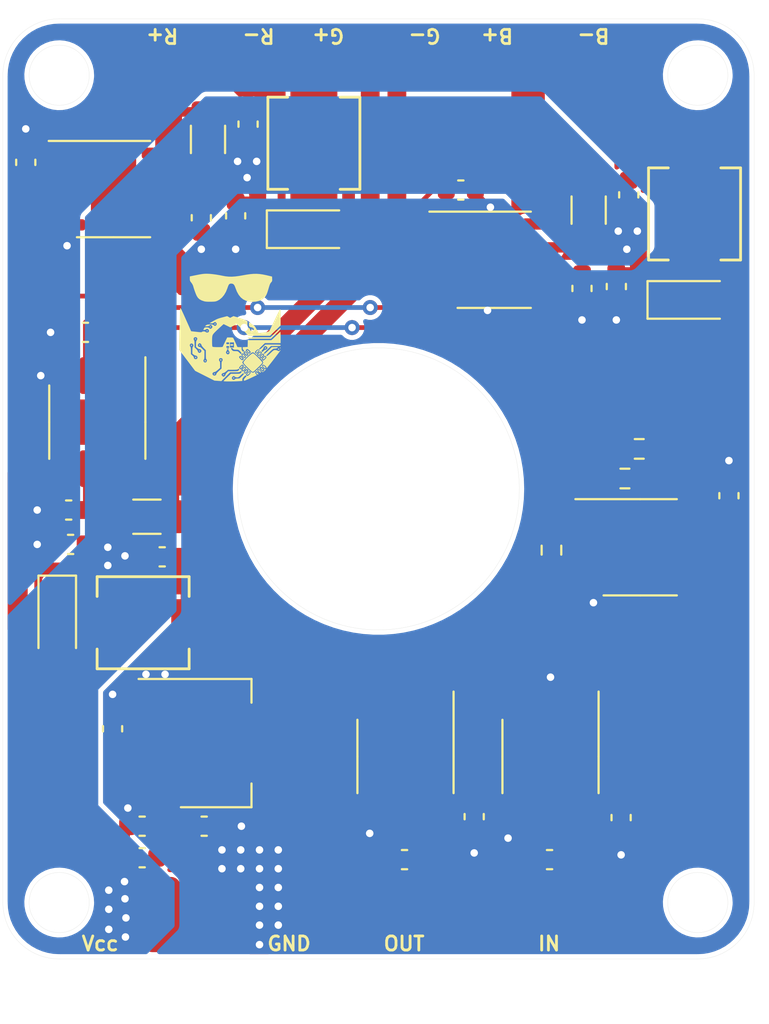
<source format=kicad_pcb>
(kicad_pcb (version 20210623) (generator pcbnew)
  (layers (0 "F.Cu" signal) (31 "B.Cu" signal) (34 "B.Paste" user) (35 "F.Paste" user) (36 "B.SilkS" user "B.Silkscreen") (37 "F.SilkS" user "F.Silkscreen") (38 "B.Mask" user) (39 "F.Mask" user) (44 "Edge.Cuts" user))
  (net 0 "")
  (net 1 "+5V")
  (net 2 "GND")
  (net 3 "Net-(C4-Pad1)")
  (net 4 "VCC")
  (net 5 "Net-(C6-Pad1)")
  (net 6 "/DCDC_CC/OUT-")
  (net 7 "Net-(C12-Pad1)")
  (net 8 "Net-(C13-Pad1)")
  (net 9 "/DCDC_CC1/OUT-")
  (net 10 "Net-(C16-Pad1)")
  (net 11 "Net-(C17-Pad1)")
  (net 12 "/DCDC_CC2/OUT-")
  (net 13 "/DCDC_CC/OUT+")
  (net 14 "/DCDC_CC1/OUT+")
  (net 15 "/DCDC_CC2/OUT+")
  (net 16 "Net-(D4-Pad2)")
  (net 17 "Net-(D5-Pad2)")
  (net 18 "Net-(D6-Pad2)")
  (net 19 "Net-(J1-Pad1)")
  (net 20 "Net-(J2-Pad1)")
  (net 21 "Net-(J3-Pad1)")
  (net 22 "Net-(J4-Pad1)")
  (net 23 "WS_DIN")
  (net 25 "DIM_R")
  (net 26 "DIM_G")
  (net 27 "DIM_B")
  (net 28 "WS_DO")
  (footprint "Connector_Wire:SolderWirePad_1x01_SMD_1x2mm" (layer "F.Cu") (at 92.7608 108.9152)
    (fp_text reference "J4" hide)
    (fp_text value "Conn_01x01_Female")
  )
  (footprint "Capacitor_SMD:C_0603_1608Metric" (layer "F.Cu") (at 103.478801 75.845199 -90)
    (fp_text reference "C17" hide)
    (fp_text value "1u")
  )
  (footprint "Connector_Wire:SolderWirePad_1x01_SMD_1x2mm" (layer "F.Cu") (at 84.643999 63.754)
    (fp_text reference "J8" hide)
    (fp_text value "Conn_01x01_Female")
  )
  (footprint "Connector_Wire:SolderWirePad_1x01_SMD_1x2mm" (layer "F.Cu") (at 95.25 108.9152)
    (fp_text reference "J3" hide)
    (fp_text value "Conn_01x01_Female")
  )
  (footprint "Capacitor_SMD:C_0603_1608Metric" (layer "F.Cu") (at 76.2508 89.4588 180)
    (fp_text reference "C14" hide)
    (fp_text value "4u7")
  )
  (footprint "Connector_Wire:SolderWirePad_1x01_SMD_1x2mm" (layer "F.Cu") (at 102.643999 63.754)
    (fp_text reference "J12" hide)
    (fp_text value "Conn_01x01_Female")
  )
  (footprint "Capacitor_SMD:C_0603_1608Metric" (layer "F.Cu") (at 97.7392 103.9368 -90)
    (fp_text reference "C3" hide)
    (fp_text value "100nF")
  )
  (footprint "LeoDJ-kicad:L_0520" (layer "F.Cu") (at 89.2048 68.1228 90)
    (fp_text reference "L1" hide)
    (fp_text value "10u")
  )
  (footprint "Connector_Wire:SolderWirePad_1x01_SMD_1x2mm" (layer "F.Cu") (at 82.643999 63.754 180)
    (fp_text reference "J7" hide)
    (fp_text value "Conn_01x01_Female")
  )
  (footprint "Capacitor_SMD:C_0603_1608Metric" (layer "F.Cu") (at 81.1276 90.1192 180)
    (fp_text reference "C15" hide)
    (fp_text value "1u")
  )
  (footprint "Connector_Wire:SolderWirePad_1x01_SMD_1x2mm" (layer "F.Cu") (at 100.643999 63.754)
    (fp_text reference "J11" hide)
    (fp_text value "Conn_01x01_Female")
  )
  (footprint "Capacitor_SMD:C_0603_1608Metric" (layer "F.Cu") (at 111.3028 86.868 90)
    (fp_text reference "C2" hide)
    (fp_text value "100n")
  )
  (footprint "Diode_SMD:D_SOD-123F" (layer "F.Cu") (at 75.5396 93.3196 -90)
    (fp_text reference "D5" hide)
    (fp_text value "D_Schottky")
  )
  (footprint "Capacitor_SMD:C_0603_1608Metric" (layer "F.Cu") (at 105.968001 70.866799 -90)
    (fp_text reference "C19" hide)
    (fp_text value "1u")
  )
  (footprint "Capacitor_SMD:C_0603_1608Metric" (layer "F.Cu") (at 83.3628 104.4448)
    (fp_text reference "C8" hide)
    (fp_text value "100n")
  )
  (footprint "Techbeard:SolderWirePad_1x01_SMD_2x4mm" (layer "F.Cu") (at 84.5312 109.1946)
    (fp_text reference "J6" hide)
    (fp_text value "Conn_01x01_Female")
  )
  (footprint "Diode_SMD:D_SOD-123F" (layer "F.Cu") (at 109.168401 76.454799)
    (fp_text reference "D6" hide)
    (fp_text value "D_Schottky")
  )
  (footprint "Resistor_SMD:R_1206_3216Metric" (layer "F.Cu") (at 80.3148 87.9856)
    (fp_text reference "R3" hide)
    (fp_text value "R")
  )
  (footprint "Connector_Wire:SolderWirePad_1x01_SMD_1x2mm" (layer "F.Cu") (at 93.643999 63.754)
    (fp_text reference "J10" hide)
    (fp_text value "Conn_01x01_Female")
  )
  (footprint "Capacitor_SMD:C_0603_1608Metric" (layer "F.Cu") (at 80.0608 106.1212 180)
    (fp_text reference "C9" hide)
    (fp_text value "100n")
  )
  (footprint "Capacitor_SMD:C_0603_1608Metric" (layer "F.Cu") (at 80.0608 104.4448 180)
    (fp_text reference "C5" hide)
    (fp_text value "100n")
  )
  (footprint "Package_SO:SOIC-8-1EP_3.9x4.9mm_P1.27mm_EP2.41x3.3mm" (layer "F.Cu") (at 77.6732 82.9564 -90)
    (fp_text reference "U6" hide)
    (fp_text value "BP1808")
  )
  (footprint "Resistor_SMD:R_1206_3216Metric" (layer "F.Cu") (at 103.834401 71.679599 90)
    (fp_text reference "R5" hide)
    (fp_text value "R")
  )
  (footprint "Capacitor_SMD:C_0603_1608Metric" (layer "F.Cu") (at 101.7524 106.2228 180)
    (fp_text reference "R1" hide)
    (fp_text value "120")
  )
  (footprint "Capacitor_SMD:C_0603_1608Metric" (layer "F.Cu") (at 77.0382 78.1812 180)
    (fp_text reference "C12" hide)
    (fp_text value "1n")
  )
  (footprint "Capacitor_SMD:C_0603_1608Metric" (layer "F.Cu") (at 97.028 70.612)
    (fp_text reference "C16" hide)
    (fp_text value "1n")
  )
  (footprint "Resistor_SMD:R_0603_1608Metric" (layer "F.Cu") (at 106.5276 84.3788 180)
    (fp_text reference "R7" hide)
    (fp_text value "10k")
  )
  (footprint "Capacitor_SMD:C_0603_1608Metric" (layer "F.Cu") (at 76.1492 87.63 180)
    (fp_text reference "C13" hide)
    (fp_text value "1u")
  )
  (footprint "Package_TO_SOT_SMD:SOT-223-3_TabPin2" (layer "F.Cu") (at 83.9724 100.0252)
    (fp_text reference "U4" hide)
    (fp_text value "AMS1117-5.0")
  )
  (footprint "Techbeard:Techbeard_6x6" (layer "F.Cu") (at 84.753725 77.800971)
    (fp_text reference "G***" hide)
    (fp_text value "LOGO" hide)
  )
  (footprint "LeoDJ-kicad:L_0520" (layer "F.Cu") (at 80.1116 93.6244)
    (fp_text reference "L2" hide)
    (fp_text value "10u")
  )
  (footprint "Capacitor_SMD:C_0603_1608Metric" (layer "F.Cu") (at 83.2104 72.0852 -90)
    (fp_text reference "C6" hide)
    (fp_text value "1u")
  )
  (footprint "Package_SO:SOIC-8_3.9x4.9mm_P1.27mm" (layer "F.Cu") (at 94.0816 100.7364 -90)
    (fp_text reference "U3" hide)
    (fp_text value "MAX485E")
  )
  (footprint "Package_SO:SOIC-8-1EP_3.9x4.9mm_P1.27mm_EP2.41x3.3mm" (layer "F.Cu") (at 98.805201 74.321199)
    (fp_text reference "U7" hide)
    (fp_text value "BP1808")
  )
  (footprint "Techbeard:SolderWirePad_1x01_SMD_2x4mm" (layer "F.Cu") (at 81.1022 109.1438 180)
    (fp_text reference "J5" hide)
    (fp_text value "Conn_01x01_Female")
  )
  (footprint "Capacitor_SMD:C_0603_1608Metric" (layer "F.Cu") (at 105.5624 103.9876 -90)
    (fp_text reference "C1" hide)
    (fp_text value "100nF")
  )
  (footprint "Connector_Wire:SolderWirePad_1x01_SMD_1x2mm" (layer "F.Cu") (at 100.6856 108.9152 180)
    (fp_text reference "J2" hide)
    (fp_text value "Conn_01x01_Female")
  )
  (footprint "Capacitor_SMD:C_0603_1608Metric" (layer "F.Cu") (at 85.0392 71.9836 -90)
    (fp_text reference "C11" hide)
    (fp_text value "4u7")
  )
  (footprint "Capacitor_SMD:C_0603_1608Metric" (layer "F.Cu") (at 94.0308 106.2228 180)
    (fp_text reference "R2" hide)
    (fp_text value "120")
  )
  (footprint "Package_SO:SOIC-8-1EP_3.9x4.9mm_P1.27mm_EP2.41x3.3mm" (layer "F.Cu") (at 78.5368 70.5612)
    (fp_text reference "U5" hide)
    (fp_text value "BP1808")
  )
  (footprint "Resistor_SMD:R_1206_3216Metric" (layer "F.Cu") (at 83.566 67.9196 90)
    (fp_text reference "R4" hide)
    (fp_text value "R")
  )
  (footprint "Capacitor_SMD:C_0603_1608Metric" (layer "F.Cu") (at 73.8632 69.1388 90)
    (fp_text reference "C4" hide)
    (fp_text value "1n")
  )
  (footprint "Capacitor_SMD:C_0603_1608Metric" (layer "F.Cu") (at 85.6996 67.1068 -90)
    (fp_text reference "C7" hide)
    (fp_text value "1u")
  )
  (footprint "Package_SO:SOIC-8_3.9x4.9mm_P1.27mm" (layer "F.Cu") (at 101.8032 100.7364 -90)
    (fp_text reference "U1" hide)
    (fp_text value "MAX485E")
  )
  (footprint "Capacitor_SMD:C_0603_1608Metric" (layer "F.Cu") (at 78.486 99.2632 90)
    (fp_text reference "C10" hide)
    (fp_text value "100nF")
  )
  (footprint "Package_SO:SOIC-8_3.9x4.9mm_P1.27mm" (layer "F.Cu") (at 106.5784 89.6112)
    (fp_text reference "U2" hide)
    (fp_text value "WS2811")
  )
  (footprint "LeoDJ-kicad:L_0520" (layer "F.Cu") (at 109.473201 71.882799 90)
    (fp_text reference "L3" hide)
    (fp_text value "10u")
  )
  (footprint "Connector_Wire:SolderWirePad_1x01_SMD_1x2mm" (layer "F.Cu") (at 102.8192 108.9152)
    (fp_text reference "J1" hide)
    (fp_text value "Conn_01x01_Female")
  )
  (footprint "Resistor_SMD:R_0603_1608Metric" (layer "F.Cu") (at 105.7656 85.9536 180)
    (fp_text reference "R6" hide)
    (fp_text value "10k")
  )
  (footprint "Connector_Wire:SolderWirePad_1x01_SMD_1x2mm" (layer "F.Cu") (at 91.643999 63.754 180)
    (fp_text reference "J9" hide)
    (fp_text value "Conn_01x01_Female")
  )
  (footprint "Diode_SMD:D_SOD-123F" (layer "F.Cu") (at 88.9 72.6948)
    (fp_text reference "D4" hide)
    (fp_text value "D_Schottky")
  )
  (footprint "Resistor_SMD:R_0603_1608Metric" (layer "F.Cu") (at 101.854 89.7636 90)
    (fp_text reference "R8" hide)
    (fp_text value "10k")
  )
  (footprint "Capacitor_SMD:C_0603_1608Metric" (layer "F.Cu") (at 105.307601 75.743599 -90)
    (fp_text reference "C18" hide)
    (fp_text value "4u7")
  )
  (gr_arc (start 75.644 64.506001) (end 75.644 61.506001) (angle -90) (layer "Edge.Cuts") (width 0.01))
  (gr_line (start 109.643999 61.506001) (end 75.644 61.506001) (layer "Edge.Cuts") (width 0.01))
  (gr_circle (center 75.644 108.506001) (end 77.244 108.506001) (layer "Edge.Cuts") (width 0.01) (fill none))
  (gr_circle (center 92.643999 86.506001) (end 100.143999 86.506001) (layer "Edge.Cuts") (width 0.01) (fill none))
  (gr_circle (center 109.643998 64.506001) (end 111.243998 64.506001) (layer "Edge.Cuts") (width 0.01) (fill none))
  (gr_line (start 72.644 64.506001) (end 72.644 108.506) (layer "Edge.Cuts") (width 0.01))
  (gr_line (start 112.643999 108.506) (end 112.643999 64.506001) (layer "Edge.Cuts") (width 0.01))
  (gr_arc (start 109.643999 64.506001) (end 112.643999 64.506001) (angle -90) (layer "Edge.Cuts") (width 0.01))
  (gr_arc (start 109.643999 108.506) (end 109.643999 111.506) (angle -90) (layer "Edge.Cuts") (width 0.01))
  (gr_line (start 75.644 111.506) (end 109.643999 111.506) (layer "Edge.Cuts") (width 0.01))
  (gr_circle (center 109.643998 108.506001) (end 111.243998 108.506001) (layer "Edge.Cuts") (width 0.01) (fill none))
  (gr_arc (start 75.644 108.506) (end 72.644 108.506) (angle -90) (layer "Edge.Cuts") (width 0.01))
  (gr_circle (center 75.644 64.506001) (end 77.244 64.506001) (layer "Edge.Cuts") (width 0.01) (fill none))
  (gr_text "G+\n" (at 89.9668 62.4078 180) (layer "F.SilkS") (effects (font (size 0.75 0.75))))
  (gr_text "R-\n" (at 86.2584 62.4078 180) (layer "F.SilkS") (effects (font (size 0.75 0.75))))
  (gr_text "G-\n" (at 95.0976 62.4078 180) (layer "F.SilkS") (effects (font (size 0.75 0.75))))
  (gr_text "GND\n" (at 87.884 110.6932) (layer "F.SilkS") (effects (font (size 0.75 0.75))))
  (gr_text "R+\n" (at 81.1276 62.4078 180) (layer "F.SilkS") (effects (font (size 0.75 0.75))))
  (gr_text "OUT\n" (at 94.0054 110.6932) (layer "F.SilkS") (effects (font (size 0.75 0.75))))
  (gr_text "B-\n" (at 104.0892 62.4078 180) (layer "F.SilkS") (effects (font (size 0.75 0.75))))
  (gr_text "B+\n" (at 98.9584 62.4078 180) (layer "F.SilkS") (effects (font (size 0.75 0.75))))
  (gr_text "IN\n" (at 101.727 110.6932) (layer "F.SilkS") (effects (font (size 0.75 0.75))))
  (gr_text "Vcc" (at 77.8256 110.6932) (layer "F.SilkS") (effects (font (size 0.75 0.75))))
  (segment (start 93.4466 98.2614) (end 94.1182 98.2614) (width 0.25) (layer "F.Cu") (net 1))
  (segment (start 105.5624 103.2126) (end 105.5624 100.0252) (width 0.25) (layer "F.Cu") (net 1))
  (segment (start 103.7082 103.2114) (end 105.586 103.2114) (width 0.25) (layer "F.Cu") (net 1))
  (segment (start 106.5784 100.0252) (end 111.8108 94.7928) (width 0.5) (layer "F.Cu") (net 1))
  (segment (start 80.8094 100.0382) (end 80.8224 100.0252) (width 0.25) (layer "F.Cu") (net 1))
  (segment (start 109.6134 85.9536) (end 111.3028 87.643) (width 0.25) (layer "F.Cu") (net 1))
  (segment (start 109.1184 87.6412) (end 109.0534 87.7062) (width 0.25) (layer "F.Cu") (net 1))
  (segment (start 97.6376 100.0252) (end 105.5624 100.0252) (width 0.5) (layer "F.Cu") (net 1))
  (segment (start 87.1224 99.1104) (end 91.0336 95.1992) (width 0.25) (layer "F.Cu") (net 1))
  (segment (start 97.7628 103.1382) (end 97.7392 103.1618) (width 0.25) (layer "F.Cu") (net 1))
  (segment (start 91.0336 95.1992) (end 97.2434 95.1992) (width 0.25) (layer "F.Cu") (net 1))
  (segment (start 87.1224 100.0252) (end 87.1224 99.1104) (width 0.25) (layer "F.Cu") (net 1))
  (segment (start 97.7392 103.1618) (end 97.7014 103.1618) (width 0.25) (layer "F.Cu") (net 1))
  (segment (start 105.5896 103.2398) (end 105.5624 103.2126) (width 0.25) (layer "F.Cu") (net 1))
  (segment (start 111.3028 87.643) (end 109.1166 87.643) (width 0.25) (layer "F.Cu") (net 1))
  (segment (start 97.2434 95.1992) (end 101.854 90.5886) (width 0.25) (layer "F.Cu") (net 1))
  (segment (start 111.8108 88.151) (end 111.3028 87.643) (width 0.5) (layer "F.Cu") (net 1))
  (segment (start 94.1182 99.9378) (end 94.0308 100.0252) (width 0.25) (layer "F.Cu") (net 1))
  (segment (start 106.5906 85.9536) (end 106.5906 85.1408) (width 0.25) (layer "F.Cu") (net 1))
  (segment (start 111.8108 94.7928) (end 111.8108 88.151) (width 0.5) (layer "F.Cu") (net 1))
  (segment (start 80.8224 100.0252) (end 94.0308 100.0252) (width 0.5) (layer "F.Cu") (net 1))
  (segment (start 97.7392 103.1618) (end 97.7392 100.1268) (width 0.25) (layer "F.Cu") (net 1))
  (segment (start 105.5624 100.0252) (end 106.5784 100.0252) (width 0.5) (layer "F.Cu") (net 1))
  (segment (start 106.5906 85.1408) (end 107.3526 84.3788) (width 0.25) (layer "F.Cu") (net 1))
  (segment (start 106.5906 85.9536) (end 109.6134 85.9536) (width 0.25) (layer "F.Cu") (net 1))
  (segment (start 94.1182 98.2614) (end 94.7166 98.2614) (width 0.25) (layer "F.Cu") (net 1))
  (segment (start 94.1182 98.2614) (end 94.1182 99.9378) (width 0.25) (layer "F.Cu") (net 1))
  (segment (start 78.486 100.0382) (end 80.8094 100.0382) (width 0.25) (layer "F.Cu") (net 1))
  (segment (start 95.9866 103.2114) (end 97.7664 103.2114) (width 0.25) (layer "F.Cu") (net 1))
  (segment (start 109.1166 87.643) (end 109.0534 87.7062) (width 0.25) (layer "F.Cu") (net 1))
  (segment (start 94.0308 100.0252) (end 97.6376 100.0252) (width 0.5) (layer "F.Cu") (net 1))
  (segment (start 101.1682 98.2614) (end 101.1682 97.155) (width 0.25) (layer "F.Cu") (net 2))
  (segment (start 75.4758 87.63) (end 74.4728 87.63) (width 0.25) (layer "F.Cu") (net 2))
  (segment (start 83.2104 72.7586) (end 83.2104 73.7616) (width 0.25) (layer "F.Cu") (net 2))
  (segment (start 96.330201 76.226199) (end 97.155799 76.226199) (width 0.25) (layer "F.Cu") (net 2))
  (segment (start 102.4382 98.2614) (end 102.4382 97.155) (width 0.25) (layer "F.Cu") (net 2))
  (segment (start 79.2858 104.4448) (end 79.2858 103.4926) (width 0.25) (layer "F.Cu") (net 2))
  (segment (start 99.8982 103.2114) (end 99.8982 104.7242) (width 0.25) (layer "F.Cu") (net 2))
  (segment (start 104.1034 91.5162) (end 104.1034 92.5434) (width 0.25) (layer "F.Cu") (net 2))
  (segment (start 111.3028 85.0014) (end 111.3028 84.9506) (width 0.25) (layer "F.Cu") (net 2))
  (segment (start 99.5426 105.0798) (end 99.4664 105.156) (width 0.25) (layer "F.Cu") (net 2))
  (segment (start 111.3028 86.093) (end 111.3028 85.0014) (width 0.25) (layer "F.Cu") (net 2))
  (segment (start 102.4382 97.155) (end 101.8032 96.52) (width 0.25) (layer "F.Cu") (net 2))
  (segment (start 73.8632 68.3638) (end 73.8632 67.3608) (width 0.25) (layer "F.Cu") (net 2))
  (segment (start 76.0618 72.4662) (end 76.0618 73.5726) (width 0.25) (layer "F.Cu") (net 2))
  (segment (start 103.478801 76.518599) (end 103.478801 77.521599) (width 0.25) (layer "F.Cu") (net 2))
  (segment (start 97.803 70.612) (end 97.803 70.7266) (width 0.25) (layer "F.Cu") (net 2))
  (segment (start 78.486 98.4882) (end 78.486 97.4344) (width 0.25) (layer "F.Cu") (net 2))
  (segment (start 85.0392 72.7586) (end 85.0392 73.66) (width 0.25) (layer "F.Cu") (net 2))
  (segment (start 101.1682 97.155) (end 101.8032 96.52) (width 0.25) (layer "F.Cu") (net 2))
  (segment (start 76.2886 78.1812) (end 75.184 78.1812) (width 0.25) (layer "F.Cu") (net 2))
  (segment (start 75.7682 80.4814) (end 74.6618 80.4814) (width 0.25) (layer "F.Cu") (net 2))
  (segment (start 79.2858 106.214246) (end 79.2858 106.1212) (width 0.25) (layer "F.Cu") (net 2))
  (segment (start 79.2858 103.4926) (end 79.2988 103.4796) (width 0.25) (layer "F.Cu") (net 2))
  (segment (start 84.1378 104.4448) (end 85.344 104.4448) (width 0.25) (layer "F.Cu") (net 2))
  (segment (start 97.7392 104.7118) (end 97.7392 105.8672) (width 0.25) (layer "F.Cu") (net 2))
  (segment (start 79.2858 106.1212) (end 79.2858 104.4448) (width 0.25) (layer "F.Cu") (net 2))
  (segment (start 92.1766 103.2114) (end 92.1766 104.8258) (width 0.25) (layer "F.Cu") (net 2))
  (segment (start 99.8982 104.7242) (end 99.5426 105.0798) (width 0.25) (layer "F.Cu") (net 2))
  (segment (start 97.803 70.7266) (end 98.6028 71.5264) (width 0.25) (layer "F.Cu") (net 2))
  (segment (start 97.9424 77.0128) (end 98.4504 77.0128) (width 0.25) (layer "F.Cu") (net 2))
  (segment (start 97.155799 76.226199) (end 97.9424 77.0128) (width 0.25) (layer "F.Cu") (net 2))
  (segment (start 104.1034 92.5434) (end 104.0892 92.5576) (width 0.25) (layer "F.Cu") (net 2))
  (segment (start 105.5624 104.7626) (end 105.5624 105.9688) (width 0.25) (layer "F.Cu") (net 2))
  (segment (start 105.307601 76.518599) (end 105.307601 77.419999) (width 0.25) (layer "F.Cu") (net 2))
  (segment (start 75.4758 89.4588) (end 74.5744 89.4588) (width 0.25) (layer "F.Cu") (net 2))
  (via (at 87.3092 106.7054) (size 0.8) (drill 0.4) (layers "F.Cu" "B.Cu") (net 2))
  (via (at 85.0392 73.7616) (size 0.8) (drill 0.4) (layers "F.Cu" "B.Cu") (net 2))
  (via (at 85.344 104.4448) (size 0.8) (drill 0.4) (layers "F.Cu" "B.Cu") (net 2))
  (via (at 76.0618 73.5726) (size 0.8) (drill 0.4) (layers "F.Cu" "B.Cu") (net 2))
  (via (at 83.2104 73.7616) (size 0.8) (drill 0.4) (layers "F.Cu" "B.Cu") (net 2))
  (via (at 86.3092 109.7054) (size 0.8) (drill 0.4) (layers "F.Cu" "B.Cu") (net 2))
  (via (at 84.3092 105.7054) (size 0.8) (drill 0.4) (layers "F.Cu" "B.Cu") (net 2))
  (via (at 104.0892 92.5576) (size 0.8) (drill 0.4) (layers "F.Cu" "B.Cu") (net 2))
  (via (at 86.3092 107.7054) (size 0.8) (drill 0.4) (layers "F.Cu" "B.Cu") (net 2))
  (via (at 98.6028 71.5264) (size 0.8) (drill 0.4) (layers "F.Cu" "B.Cu") (net 2))
  (via (at 99.5426 105.0798) (size 0.8) (drill 0.4) (layers "F.Cu" "B.Cu") (net 2))
  (via (at 87.3092 109.7054) (size 0.8) (drill 0.4) (layers "F.Cu" "B.Cu") (net 2))
  (via (at 92.1766 104.8258) (size 0.8) (drill 0.4) (layers "F.Cu" "B.Cu") (net 2))
  (via (at 87.3092 105.7054) (size 0.8) (drill 0.4) (layers "F.Cu" "B.Cu") (net 2))
  (via (at 86.3092 106.7054) (size 0.8) (drill 0.4) (layers "F.Cu" "B.Cu") (net 2))
  (via (at 74.4728 87.63) (size 0.8) (drill 0.4) (layers "F.Cu" "B.Cu") (net 2))
  (via (at 85.3092 106.7054) (size 0.8) (drill 0.4) (layers "F.Cu" "B.Cu") (net 2))
  (via (at 98.4504 77.0128) (size 0.8) (drill 0.4) (layers "F.Cu" "B.Cu") (net 2))
  (via (at 105.5624 105.9688) (size 0.8) (drill 0.4) (layers "F.Cu" "B.Cu") (net 2))
  (via (at 84.3092 106.7054) (size 0.8) (drill 0.4) (layers "F.Cu" "B.Cu") (net 2))
  (via (at 86.3092 110.744) (size 0.8) (drill 0.4) (layers "F.Cu" "B.Cu") (net 2))
  (via (at 73.8632 67.3608) (size 0.8) (drill 0.4) (layers "F.Cu" "B.Cu") (net 2))
  (via (at 101.8032 96.52) (size 0.8) (drill 0.4) (layers "F.Cu" "B.Cu") (net 2))
  (via (at 81.28 96.3676) (size 0.8) (drill 0.4) (layers "F.Cu" "B.Cu") (net 2))
  (via (at 85.3092 105.7054) (size 0.8) (drill 0.4) (layers "F.Cu" "B.Cu") (net 2))
  (via (at 97.7392 105.8672) (size 0.8) (drill 0.4) (layers "F.Cu" "B.Cu") (net 2))
  (via (at 75.184 78.1812) (size 0.8) (drill 0.4) (layers "F.Cu" "B.Cu") (net 2))
  (via (at 111.3028 85.0014) (size 0.8) (drill 0.4) (layers "F.Cu" "B.Cu") (net 2))
  (via (at 78.486 97.4344) (size 0.8) (drill 0.4) (layers "F.Cu" "B.Cu") (net 2))
  (via (at 74.4728 89.4588) (size 0.8) (drill 0.4) (layers "F.Cu" "B.Cu") (net 2))
  (via (at 80.264 96.3676) (size 0.8) (drill 0.4) (layers "F.Cu" "B.Cu") (net 2))
  (via (at 87.3092 107.7054) (size 0.8) (drill 0.4) (layers "F.Cu" "B.Cu") (net 2))
  (via (at 103.478801 77.521599) (size 0.8) (drill 0.4) (layers "F.Cu" "B.Cu") (net 2))
  (via (at 74.6618 80.4814) (size 0.8) (drill 0.4) (layers "F.Cu" "B.Cu") (net 2))
  (via (at 86.3092 105.7054) (size 0.8) (drill 0.4) (layers "F.Cu" "B.Cu") (net 2))
  (via (at 79.2988 103.4796) (size 0.8) (drill 0.4) (layers "F.Cu" "B.Cu") (net 2))
  (via (at 87.3092 108.7054) (size 0.8) (drill 0.4) (layers "F.Cu" "B.Cu") (net 2))
  (via (at 86.3092 108.7054) (size 0.8) (drill 0.4) (layers "F.Cu" "B.Cu") (net 2))
  (via (at 105.307601 77.521599) (size 0.8) (drill 0.4) (layers "F.Cu" "B.Cu") (net 2))
  (segment (start 73.8632 69.9138) (end 76.0494 69.9138) (width 0.25) (layer "F.Cu") (net 3))
  (segment (start 76.0494 69.9138) (end 76.0618 69.9262) (width 0.25) (layer "F.Cu") (net 3))
  (via (at 79.1464 108.3056) (size 0.8) (drill 0.4) (layers "F.Cu" "B.Cu") (net 4))
  (via (at 78.2828 107.8484) (size 0.8) (drill 0.4) (layers "F.Cu" "B.Cu") (net 4))
  (via (at 78.2828 109.9312) (size 0.8) (drill 0.4) (layers "F.Cu" "B.Cu") (net 4))
  (via (at 105.41 72.7964) (size 0.8) (drill 0.4) (layers "F.Cu" "B.Cu") (net 4))
  (via (at 79.1972 109.3216) (size 0.8) (drill 0.4) (layers "F.Cu" "B.Cu") (net 4))
  (via (at 105.8672 73.7616) (size 0.8) (drill 0.4) (layers "F.Cu" "B.Cu") (net 4))
  (via (at 79.1464 90.0684) (size 0.8) (drill 0.4) (layers "F.Cu" "B.Cu") (net 4))
  (via (at 78.232 89.6112) (size 0.8) (drill 0.4) (layers "F.Cu" "B.Cu") (net 4))
  (via (at 106.426 72.7964) (size 0.8) (drill 0.4) (layers "F.Cu" "B.Cu") (net 4))
  (via (at 85.1408 69.088) (size 0.8) (drill 0.4) (layers "F.Cu" "B.Cu") (net 4))
  (via (at 86.1568 69.088) (size 0.8) (drill 0.4) (layers "F.Cu" "B.Cu") (net 4))
  (via (at 78.232 90.5764) (size 0.8) (drill 0.4) (layers "F.Cu" "B.Cu") (net 4))
  (via (at 78.2828 108.8644) (size 0.8) (drill 0.4) (layers "F.Cu" "B.Cu") (net 4))
  (via (at 79.121 107.3912) (size 0.8) (drill 0.4) (layers "F.Cu" "B.Cu") (net 4))
  (via (at 85.6488 69.9516) (size 0.8) (drill 0.4) (layers "F.Cu" "B.Cu") (net 4))
  (via (at 79.1718 110.3376) (size 0.8) (drill 0.4) (layers "F.Cu" "B.Cu") (net 4))
  (segment (start 83.198 71.1962) (end 83.2104 71.2086) (width 0.25) (layer "F.Cu") (net 5))
  (segment (start 81.0118 71.1962) (end 83.198 71.1962) (width 0.25) (layer "F.Cu") (net 5))
  (segment (start 78.3082 78.6508) (end 77.8386 78.1812) (width 0.25) (layer "F.Cu") (net 7))
  (segment (start 78.3206 80.469) (end 78.3082 80.4814) (width 0.25) (layer "F.Cu") (net 7))
  (segment (start 78.3082 80.4814) (end 78.3082 78.6508) (width 0.25) (layer "F.Cu") (net 7))
  (segment (start 77.0382 85.4314) (end 77.0382 87.6176) (width 0.25) (layer "F.Cu") (net 8))
  (segment (start 77.0382 87.6176) (end 77.0258 87.63) (width 0.25) (layer "F.Cu") (net 8))
  (segment (start 93.6244 73.629178) (end 83.6676 83.585978) (width 1) (layer "F.Cu") (net 9))
  (segment (start 93.6244 63.773599) (end 93.6244 73.629178) (width 1) (layer "F.Cu") (net 9))
  (segment (start 83.6676 83.585978) (end 83.6676 90.8812) (width 1) (layer "F.Cu") (net 9))
  (segment (start 93.643999 63.754) (end 93.6244 63.773599) (width 1) (layer "F.Cu") (net 9))
  (segment (start 95.5548 70.612) (end 94.7928 71.374) (width 0.25) (layer "F.Cu") (net 10))
  (segment (start 94.7928 71.374) (end 94.7928 73.4568) (width 0.25) (layer "F.Cu") (net 10))
  (segment (start 96.253 70.612) (end 95.5548 70.612) (width 0.25) (layer "F.Cu") (net 10))
  (segment (start 94.7928 73.4568) (end 95.022199 73.686199) (width 0.25) (layer "F.Cu") (net 10))
  (segment (start 95.022199 73.686199) (end 96.330201 73.686199) (width 0.25) (layer "F.Cu") (net 10))
  (segment (start 103.466401 74.956199) (end 103.478801 74.968599) (width 0.25) (layer "F.Cu") (net 11))
  (segment (start 101.280201 74.956199) (end 103.466401 74.956199) (width 0.25) (layer "F.Cu") (net 11))
  (segment (start 91.643999 64.313599) (end 92.202 64.8716) (width 1) (layer "F.Cu") (net 14))
  (segment (start 92.202 64.8716) (end 92.202 73.3552) (width 1) (layer "F.Cu") (net 14))
  (segment (start 91.643999 63.754) (end 91.643999 64.313599) (width 1) (layer "F.Cu") (net 14))
  (segment (start 81.1276 84.4296) (end 81.1276 85.6488) (width 1) (layer "F.Cu") (net 14))
  (segment (start 92.202 73.3552) (end 81.1276 84.4296) (width 1) (layer "F.Cu") (net 14))
  (segment (start 102.4382 106.1336) (end 102.5274 106.2228) (width 0.25) (layer "F.Cu") (net 19))
  (segment (start 102.8192 106.5146) (end 102.5274 106.2228) (width 0.25) (layer "F.Cu") (net 19))
  (segment (start 102.4382 103.2114) (end 102.4382 106.1336) (width 0.25) (layer "F.Cu") (net 19))
  (segment (start 102.8192 108.9152) (end 102.8192 106.5146) (width 0.25) (layer "F.Cu") (net 19))
  (segment (start 100.6856 106.5146) (end 100.9774 106.2228) (width 0.25) (layer "F.Cu") (net 20))
  (segment (start 100.6856 108.9152) (end 100.6856 106.5146) (width 0.25) (layer "F.Cu") (net 20))
  (segment (start 101.1682 106.032) (end 100.9774 106.2228) (width 0.25) (layer "F.Cu") (net 20))
  (segment (start 101.1682 103.2114) (end 101.1682 106.032) (width 0.25) (layer "F.Cu") (net 20))
  (segment (start 95.25 106.667) (end 94.8058 106.2228) (width 0.25) (layer "F.Cu") (net 21))
  (segment (start 94.7166 106.1336) (end 94.8058 106.2228) (width 0.25) (layer "F.Cu") (net 21))
  (segment (start 95.25 108.9152) (end 95.25 106.667) (width 0.25) (layer "F.Cu") (net 21))
  (segment (start 94.7166 103.2114) (end 94.7166 106.1336) (width 0.25) (layer "F.Cu") (net 21))
  (segment (start 93.4466 103.2114) (end 93.4466 106.032) (width 0.25) (layer "F.Cu") (net 22))
  (segment (start 92.7608 108.9152) (end 92.7608 106.7178) (width 0.25) (layer "F.Cu") (net 22))
  (segment (start 92.7608 106.7178) (end 93.2558 106.2228) (width 0.25) (layer "F.Cu") (net 22))
  (segment (start 93.4466 106.032) (end 93.2558 106.2228) (width 0.25) (layer "F.Cu") (net 22))
  (segment (start 107.188 93.5228) (end 109.8804 93.5228) (width 0.25) (layer "F.Cu") (net 23))
  (segment (start 103.7082 97.0026) (end 107.188 93.5228) (width 0.25) (layer "F.Cu") (net 23))
  (segment (start 110.6678 90.2462) (end 109.0534 90.2462) (width 0.25) (layer "F.Cu") (net 23))
  (segment (start 111.0996 90.678) (end 110.6678 90.2462) (width 0.25) (layer "F.Cu") (net 23))
  (segment (start 111.0996 92.3036) (end 111.0996 90.678) (width 0.25) (layer "F.Cu") (net 23))
  (segment (start 109.8804 93.5228) (end 111.0996 92.3036) (width 0.25) (layer "F.Cu") (net 23))
  (segment (start 103.7082 98.2614) (end 103.7082 97.0026) (width 0.25) (layer "F.Cu") (net 23))
  (segment (start 73.8124 74.7776) (end 75.2856 76.2508) (width 0.25) (layer "F.Cu") (net 25))
  (segment (start 86.2076 76.8604) (end 81.6864 76.8604) (width 0.25) (layer "F.Cu") (net 25))
  (segment (start 104.1034 84.9518) (end 104.1034 85.9902) (width 0.25) (layer "F.Cu") (net 25))
  (segment (start 81.0768 76.2508) (end 81.6864 76.8604) (width 0.25) (layer "F.Cu") (net 25))
  (segment (start 75.0868 71.1962) (end 75.0614 71.1708) (width 0.25) (layer "F.Cu") (net 25))
  (segment (start 96.58892 77.43732) (end 104.1034 84.9518) (width 0.25) (layer "F.Cu") (net 25))
  (segment (start 94.81092 77.43732) (end 96.58892 77.43732) (width 0.25) (layer "F.Cu") (net 25))
  (segment (start 76.0618 71.1962) (end 75.0868 71.1962) (width 0.25) (layer "F.Cu") (net 25))
  (segment (start 74.422 71.1708) (end 73.8124 71.7804) (width 0.25) (layer "F.Cu") (net 25))
  (segment (start 73.8124 71.7804) (end 73.8124 74.7776) (width 0.25) (layer "F.Cu") (net 25))
  (segment (start 92.202 76.8604) (end 94.234 76.8604) (width 0.25) (layer "F.Cu") (net 25))
  (segment (start 75.0614 71.1708) (end 74.422 71.1708) (width 0.25) (layer "F.Cu") (net 25))
  (segment (start 94.234 76.8604) (end 94.81092 77.43732) (width 0.25) (layer "F.Cu") (net 25))
  (segment (start 104.14 85.9536) (end 104.1034 85.9902) (width 0.25) (layer "F.Cu") (net 25))
  (segment (start 104.1034 85.9902) (end 104.1034 87.7062) (width 0.25) (layer "F.Cu") (net 25))
  (segment (start 75.2856 76.2508) (end 81.0768 76.2508) (width 0.25) (layer "F.Cu") (net 25))
  (segment (start 104.9406 85.9536) (end 104.14 85.9536) (width 0.25) (layer "F.Cu") (net 25))
  (via (at 86.2076 76.8604) (size 0.8) (drill 0.4) (layers "F.Cu" "B.Cu") (net 25))
  (via (at 92.202 76.8604) (size 0.8) (drill 0.4) (layers "F.Cu" "B.Cu") (net 25))
  (segment (start 86.2076 76.8604) (end 92.202 76.8604) (width 0.25) (layer "B.Cu") (net 25))
  (segment (start 101.8032 88.8878) (end 101.8032 83.7692) (width 0.25) (layer "F.Cu") (net 26))
  (segment (start 101.8916 88.9762) (end 101.854 88.9386) (width 0.25) (layer "F.Cu") (net 26))
  (segment (start 78.74 76.9112) (end 80.8228 76.9112) (width 0.25) (layer "F.Cu") (net 26))
  (segment (start 95.9612 77.9272) (end 91.2368 77.9272) (width 0.25) (layer "F.Cu") (net 26))
  (segment (start 101.854 88.9386) (end 101.8032 88.8878) (width 0.25) (layer "F.Cu") (net 26))
  (segment (start 80.8228 76.9112) (end 81.8388 77.9272) (width 0.25) (layer "F.Cu") (net 26))
  (segment (start 78.74 76.9112) (end 79.9084 76.9112) (width 0.25) (layer "F.Cu") (net 26))
  (segment (start 81.8388 77.9272) (end 85.4964 77.9272) (width 0.25) (layer "F.Cu") (net 26))
  (segment (start 77.0382 80.4814) (end 77.0382 77.6478) (width 0.25) (layer "F.Cu") (net 26))
  (segment (start 101.8032 83.7692) (end 95.9612 77.9272) (width 0.25) (layer "F.Cu") (net 26))
  (segment (start 77.7748 76.9112) (end 78.74 76.9112) (width 0.25) (layer "F.Cu") (net 26))
  (segment (start 104.1034 88.9762) (end 101.8916 88.9762) (width 0.25) (layer "F.Cu") (net 26))
  (segment (start 77.0382 77.6478) (end 77.7748 76.9112) (width 0.25) (layer "F.Cu") (net 26))
  (via (at 91.2368 77.9272) (size 0.8) (drill 0.4) (layers "F.Cu" "B.Cu") (net 26))
  (via (at 85.4964 77.9272) (size 0.8) (drill 0.4) (layers "F.Cu" "B.Cu") (net 26))
  (segment (start 91.2368 77.9272) (end 85.4964 77.9272) (width 0.25) (layer "B.Cu") (net 26))
  (segment (start 94.969801 74.956199) (end 94.7928 75.1332) (width 0.2) (layer "F.Cu") (net 27))
  (segment (start 99.099111 77.712311) (end 105.7656 84.3788) (width 0.2) (layer "F.Cu") (net 27))
  (segment (start 105.7656 89.5604) (end 105.0798 90.2462) (width 0.2) (layer "F.Cu") (net 27))
  (segment (start 105.7656 84.3788) (end 105.7656 89.5604) (width 0.2) (layer "F.Cu") (net 27))
  (segment (start 96.330201 74.956199) (end 94.969801 74.956199) (width 0.2) (layer "F.Cu") (net 27))
  (segment (start 94.7928 75.1332) (end 94.7928 76.454) (width 0.2) (layer "F.Cu") (net 27))
  (segment (start 94.7928 76.454) (end 95.3516 77.0128) (width 0.2) (layer "F.Cu") (net 27))
  (segment (start 98.04155 77.712311) (end 99.099111 77.712311) (width 0.2) (layer "F.Cu") (net 27))
  (segment (start 95.3516 77.0128) (end 97.342038 77.0128) (width 0.2) (layer "F.Cu") (net 27))
  (segment (start 97.342038 77.0128) (end 98.04155 77.712311) (width 0.2) (layer "F.Cu") (net 27))
  (segment (start 105.0798 90.2462) (end 104.1034 90.2462) (width 0.2) (layer "F.Cu") (net 27))
  (segment (start 92.1766 97.0534) (end 93.5736 95.6564) (width 0.25) (layer "F.Cu") (net 28))
  (segment (start 107.5182 91.5162) (end 109.0534 91.5162) (width 0.25) (layer "F.Cu") (net 28))
  (segment (start 92.1766 98.2614) (end 92.1766 97.0534) (width 0.25) (layer "F.Cu") (net 28))
  (segment (start 103.378 95.6564) (end 107.5182 91.5162) (width 0.25) (layer "F.Cu") (net 28))
  (segment (start 93.5736 95.6564) (end 103.378 95.6564) (width 0.25) (layer "F.Cu") (net 28))
  (zone (net 16) (net_name "Net-(D4-Pad2)") (layer "F.Cu") (priority 3) (connect_pads (clearance 0.254)) (min_thickness 0.254) (fill yes (thermal_gap 0.254) (thermal_bridge_width 0.5))
    (polygon (pts (xy 91.3892 70.0024) (xy 91.3892 73.126121) (xy 88.194777 76.2) (xy 82.042 76.2) (xy 79.8068 73.9648) (xy 79.8068 72.2884) (xy 80.1624 71.9328) (xy 81.7372 71.9328) (xy 82.1944 72.39) (xy 82.1944 73.7616) (xy 82.804 74.3712) (xy 87.8332 74.3712) (xy 89.0016 73.2028) (xy 89.0016 71.9836) (xy 88.6968 71.6788) (xy 87.63 71.6788) (xy 87.2744 71.3232) (xy 87.2744 69.4436) (xy 90.7796 69.4436)))
  )
  (zone (net 17) (net_name "Net-(D5-Pad2)") (layer "F.Cu") (priority 1) (connect_pads (clearance 0.254)) (min_thickness 0.254) (fill yes (thermal_gap 0.254) (thermal_bridge_width 0.5))
    (polygon (pts (xy 78.232 95.8088) (xy 74.6252 95.8088) (xy 72.8472 93.961075) (xy 72.8472 85.6488) (xy 74.2696 84.2264) (xy 75.946 84.2264) (xy 76.3016 84.582) (xy 76.3016 86.1568) (xy 75.8444 86.614) (xy 74.4728 86.614) (xy 73.9648 87.122) (xy 73.9648 92.3544) (xy 75.0316 93.4212) (xy 76.2508 93.4212) (xy 76.5556 93.1164) (xy 76.5556 92.0496) (xy 76.9112 91.694) (xy 78.7908 91.694) (xy 78.7908 95.1992)))
  )
  (zone (net 4) (net_name "VCC") (layer "F.Cu") (connect_pads (clearance 0.254)) (min_thickness 0.254) (fill yes (thermal_gap 0.254) (thermal_bridge_width 0.5))
    (polygon (pts (xy 79.8068 101.4476) (xy 79.8576 101.3968) (xy 82.1944 101.3968) (xy 83.3628 102.5652) (xy 83.3628 104.9528) (xy 81.788 106.5276) (xy 81.788 109.8804) (xy 81.4324 110.236) (xy 80.7212 110.236) (xy 80.4164 109.9312) (xy 80.4164 108.0516) (xy 80.0608 107.696) (xy 80.0608 103.8352) (xy 79.502 103.2764) (xy 79.502 101.7016) (xy 79.8068 101.3968)))
  )
  (zone (net 12) (net_name "/DCDC_CC2/OUT-") (layer "F.Cu") (priority 2) (connect_pads (clearance 0.254)) (min_thickness 0.254) (fill yes (thermal_gap 0.254) (thermal_bridge_width 0.5))
    (polygon (pts (xy 105.3084 64.5668) (xy 107.8484 67.1068) (xy 109.7788 67.1068) (xy 110.998 68.326) (xy 110.998 70.2056) (xy 110.4392 70.7644) (xy 105.6132 70.7644) (xy 105.2068 70.358) (xy 105.2068 69.1388) (xy 101.9048 65.8368) (xy 101.9048 62.8904) (xy 102.3112 62.484) (xy 103.2256 62.484)))
  )
  (zone (net 14) (net_name "/DCDC_CC1/OUT+") (layer "F.Cu") (priority 1) (connect_pads (clearance 0.254)) (min_thickness 0.254) (fill yes (thermal_gap 0.254) (thermal_bridge_width 0.5))
    (polygon (pts (xy 83.0072 84.7344) (xy 83.0072 88.646) (xy 82.3976 89.2556) (xy 80.9752 89.2556) (xy 80.2132 88.4936) (xy 80.2132 87.122) (xy 79.1972 86.106) (xy 79.1972 84.5312) (xy 79.7052 84.0232) (xy 82.296 84.0232)))
  )
  (zone (net 18) (net_name "Net-(D6-Pad2)") (layer "F.Cu") (priority 1) (connect_pads (clearance 0.254)) (min_thickness 0.254) (fill yes (thermal_gap 0.254) (thermal_bridge_width 0.5))
    (polygon (pts (xy 108.5596 72.644) (xy 110.8964 72.644) (xy 112.014 73.7616) (xy 112.014 76.8096) (xy 109.22 79.6036) (xy 102.0064 79.6036) (xy 100.0252 77.6224) (xy 100.0252 76.2) (xy 100.5332 75.692) (xy 102.1588 75.692) (xy 102.4636 75.9968) (xy 102.4636 77.47) (xy 103.1748 78.1812) (xy 108.5088 78.1812) (xy 109.1692 77.5208) (xy 109.1692 76.0476) (xy 108.5596 75.438) (xy 108.0008 75.438) (xy 107.5436 74.9808) (xy 107.5436 73.072167) (xy 108.0008 72.644) (xy 108.3056 72.644)))
  )
  (zone (net 4) (net_name "VCC") (layer "F.Cu") (connect_pads (clearance 0.254)) (min_thickness 0.254) (fill yes (thermal_gap 0.254) (thermal_bridge_width 0.5))
    (polygon (pts (xy 106.933201 71.323999) (xy 106.933201 74.829199) (xy 107.644401 75.540399) (xy 108.406401 75.540399) (xy 108.965201 76.099199) (xy 108.965201 77.115199) (xy 108.304801 77.775599) (xy 106.984001 77.775599) (xy 106.272801 77.064399) (xy 106.272801 75.641999) (xy 106.120401 75.489599) (xy 104.799601 75.489599) (xy 104.444001 75.133999) (xy 104.444001 74.473599) (xy 104.291601 74.321199) (xy 100.481601 74.321199) (xy 100.176801 74.016399) (xy 100.176801 73.254399) (xy 100.430801 73.000399) (xy 102.208801 73.000399) (xy 103.428001 71.781199) (xy 104.647201 71.781199) (xy 105.510801 70.917599) (xy 106.526801 70.917599)))
  )
  (zone (net 6) (net_name "/DCDC_CC/OUT-") (layer "F.Cu") (priority 2) (connect_pads (clearance 0.254)) (min_thickness 0.254) (fill yes (thermal_gap 0.254) (thermal_bridge_width 0.5))
    (polygon (pts (xy 90.7796 65.3288) (xy 90.7796 66.3448) (xy 90.2716 66.8528) (xy 85.4456 66.8528) (xy 85.1916 66.6496) (xy 85.1916 65.6336) (xy 84.836 65.278) (xy 84.2772 65.278) (xy 83.82 64.8208) (xy 83.82 62.8396) (xy 84.3788 62.3316) (xy 87.7824 62.3316)))
  )
  (zone (net 13) (net_name "/DCDC_CC/OUT+") (layer "F.Cu") (priority 1) (connect_pads (clearance 0.508)) (min_thickness 0.254) (fill yes (thermal_gap 0.508) (thermal_bridge_width 0.508))
    (polygon (pts (xy 83.4644 62.8904) (xy 83.4644 65.1256) (xy 83.9216 65.5828) (xy 84.4296 65.5828) (xy 84.7852 65.9384) (xy 84.7852 67.2592) (xy 84.2772 67.7672) (xy 83.1596 67.7672) (xy 81.8388 69.088) (xy 79.9592 69.088) (xy 79.6544 68.7832) (xy 79.6544 64.9224) (xy 82.042 62.5348) (xy 83.1088 62.5348)))
  )
  (zone (net 2) (net_name "GND") (layer "F.Cu") (connect_pads (clearance 0.254)) (min_thickness 0.254) (fill yes (thermal_gap 0.254) (thermal_bridge_width 1))
    (polygon (pts (xy 87.9602 105.8164) (xy 87.9602 110.109) (xy 86.7156 111.3536) (xy 84.074 111.3536) (xy 83.4898 110.7694) (xy 83.4898 105.9688) (xy 84.2518 105.2068) (xy 87.3506 105.2068)))
  )
  (zone (net 15) (net_name "/DCDC_CC2/OUT+") (layer "F.Cu") (priority 1) (connect_pads (clearance 0.254)) (min_thickness 0.254) (fill yes (thermal_gap 0.254) (thermal_bridge_width 0.5))
    (polygon (pts (xy 101.4984 62.738) (xy 101.4984 65.8876) (xy 104.902 69.2912) (xy 104.902 70.7136) (xy 104.1908 71.4248) (xy 103.0732 71.4248) (xy 102.4128 72.0852) (xy 102.4128 72.644) (xy 102.1588 72.898) (xy 100.4824 72.898) (xy 99.7204 72.136) (xy 99.7204 62.738) (xy 100.076 62.3824) (xy 101.1428 62.3824)))
  )
  (zone (net 4) (net_name "VCC") (layer "F.Cu") (connect_pads (clearance 0.254)) (min_thickness 0.254) (fill yes (thermal_gap 0.254) (thermal_bridge_width 0.5))
    (polygon (pts (xy 86.6648 67.564) (xy 86.6648 71.4756) (xy 87.0712 71.882) (xy 88.138 71.882) (xy 88.4936 72.2376) (xy 88.4936 73.3044) (xy 87.884 73.914) (xy 86.614 73.914) (xy 86.0044 73.3044) (xy 86.0044 71.882) (xy 85.852 71.7296) (xy 84.5312 71.7296) (xy 84.1756 71.374) (xy 84.1756 70.7136) (xy 84.0232 70.5612) (xy 80.2132 70.5612) (xy 79.9084 70.2564) (xy 79.9084 69.4944) (xy 80.1624 69.2404) (xy 81.9404 69.2404) (xy 83.1596 68.0212) (xy 84.3788 68.0212) (xy 85.2424 67.1576) (xy 86.2584 67.1576)))
  )
  (zone (net 4) (net_name "VCC") (layer "F.Cu") (connect_pads (clearance 0.254)) (min_thickness 0.254) (fill yes (thermal_gap 0.254) (thermal_bridge_width 1))
    (polygon (pts (xy 81.788 107.6452) (xy 81.788 110.3376) (xy 81.2292 110.8964) (xy 77.9272 110.8964) (xy 77.6224 110.5916) (xy 77.6224 107.5944) (xy 78.1304 107.0864) (xy 81.2292 107.0864)))
  )
  (zone (net 9) (net_name "/DCDC_CC1/OUT-") (layer "F.Cu") (priority 2) (connect_pads (clearance 0.254)) (min_thickness 0.254) (fill yes (thermal_gap 0.254) (thermal_bridge_width 0.5))
    (polygon (pts (xy 84.9884 89.9668) (xy 84.9884 93.8784) (xy 83.3628 95.504) (xy 81.6356 95.504) (xy 81.1784 95.0468) (xy 81.1784 89.894225) (xy 81.584796 89.4588) (xy 84.4804 89.4588)))
  )
  (zone (net 2) (net_name "GND") (layer "F.Cu") (connect_pads (clearance 0.254)) (min_thickness 0.254) (fill yes (thermal_gap 0.254) (thermal_bridge_width 0.254))
    (polygon (pts (xy 81.9912 96.1644) (xy 81.9912 98.6536) (xy 79.6036 98.6536) (xy 79.6036 96.171658) (xy 79.921101 95.8088) (xy 81.6356 95.8088)))
  )
  (zone (net 4) (net_name "VCC") (layer "F.Cu") (connect_pads (clearance 0.254)) (min_thickness 0.254) (fill yes (thermal_gap 0.254) (thermal_bridge_width 0.5))
    (polygon (pts (xy 80.6704 91.0844) (xy 76.7588 91.0844) (xy 76.3524 91.4908) (xy 76.3524 92.5576) (xy 75.9968 92.9132) (xy 74.93 92.9132) (xy 74.3204 92.3036) (xy 74.3204 91.0336) (xy 74.93 90.424) (xy 76.3524 90.424) (xy 76.5048 90.2716) (xy 76.5048 88.9508) (xy 76.8604 88.5952) (xy 77.5208 88.5952) (xy 77.6732 88.4428) (xy 77.6732 84.6328) (xy 77.978 84.328) (xy 78.74 84.328) (xy 78.994 84.582) (xy 78.994 86.7156) (xy 79.9084 87.63) (xy 79.9084 88.4936) (xy 81.0768 89.662) (xy 81.0768 90.678)))
  )
  (zone (net 4) (net_name "VCC") (layer "B.Cu") (priority 1) (connect_pads (clearance 0.254)) (min_thickness 0.254) (fill yes (thermal_gap 0.508) (thermal_bridge_width 0.508))
    (polygon (pts (xy 107.0864 71.4248) (xy 107.0864 73.66) (xy 106.1212 74.6252) (xy 103.2256 74.6252) (xy 99.4156 70.8152) (xy 85.1408 70.8152) (xy 81.8896 74.0664) (xy 81.8896 93.0148) (xy 77.724 97.1804) (xy 77.724 103.3272) (xy 81.8388 107.442) (xy 81.788 107.442) (xy 81.788 109.7788) (xy 80.264 111.3028) (xy 74.3712 111.3028) (xy 72.6948 109.6264) (xy 72.6948 93.4212) (xy 77.0128 89.1032) (xy 77.0128 72.0344) (xy 83.4136 65.6336) (xy 101.2952 65.6336)))
  )
  (zone (net 2) (net_name "GND") (layer "B.Cu") (connect_pads (clearance 0.254)) (min_thickness 0.254) (fill yes (thermal_gap 0.254) (thermal_bridge_width 0.254))
    (polygon (pts (xy 112.7252 112.014) (xy 72.4916 112.014) (xy 72.4916 61.214) (xy 112.7252 61.214)))
  )
)
</source>
